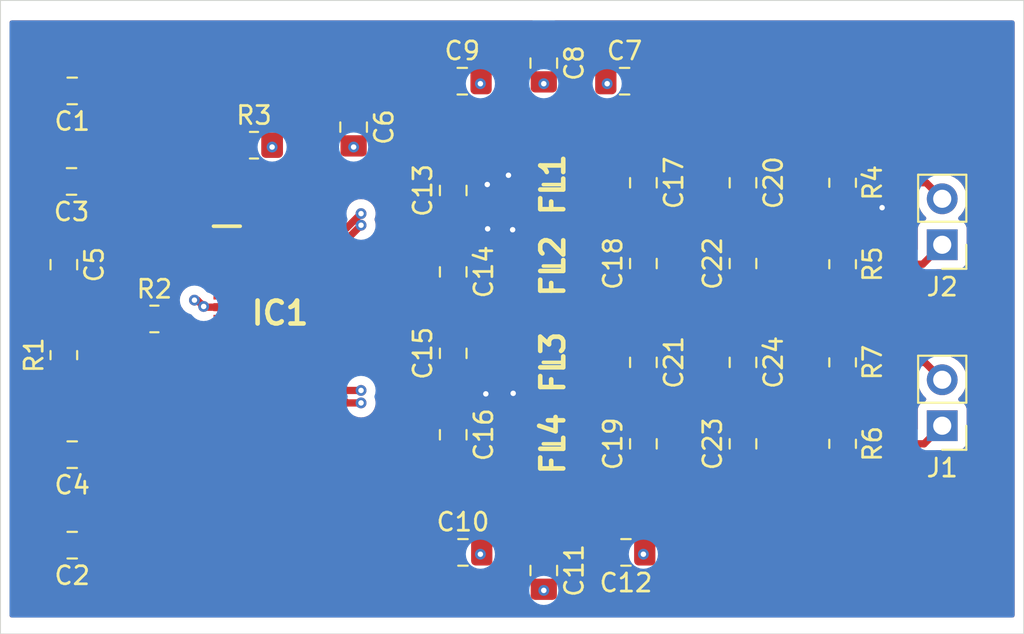
<source format=kicad_pcb>
(kicad_pcb (version 20240108) (generator "pcbnew") (generator_version "8.0")
  (layers (0 "F.Cu" signal) (1 "In1.Cu" signal) (2 "In2.Cu" signal) (31 "B.Cu" signal) (34 "B.Paste" user) (35 "F.Paste" user) (36 "B.SilkS" user "B.Silkscreen") (37 "F.SilkS" user "F.Silkscreen") (38 "B.Mask" user) (39 "F.Mask" user) (44 "Edge.Cuts" user))
  (net 0 "")
  (net 1 "LDAC")
  (net 2 "Net-(IC1-LINP)")
  (net 3 "Net-(IC1-RINP)")
  (net 4 "RDAC")
  (net 5 "Net-(IC1-LINN)")
  (net 6 "GND")
  (net 7 "Net-(IC1-RINN)")
  (net 8 "Net-(IC1-GVDD)")
  (net 9 "+5V")
  (net 10 "Net-(IC1-OUTPL)")
  (net 11 "Net-(IC1-BSPL)")
  (net 12 "Net-(IC1-OUTNL)")
  (net 13 "Net-(IC1-BSNL)")
  (net 14 "Net-(IC1-BSNR)")
  (net 15 "Net-(IC1-OUTNR)")
  (net 16 "Net-(IC1-OUTPR)")
  (net 17 "Net-(IC1-BSPR)")
  (net 18 "Net-(J2-Pin_2)")
  (net 19 "Net-(J2-Pin_1)")
  (net 20 "Net-(J1-Pin_1)")
  (net 21 "Net-(C20-Pad1)")
  (net 22 "Net-(J1-Pin_2)")
  (net 23 "Net-(C22-Pad2)")
  (net 24 "Net-(C23-Pad2)")
  (net 25 "Net-(C24-Pad1)")
  (net 26 "Net-(IC1-PLIMIT)")
  (net 27 "{slash}SHUTDOWN")
  (footprint "Capacitor_SMD:C_0805_2012Metric_Pad1.18x1.45mm_HandSolder" (layer "F.Cu") (at 144.5 80.3625 -90)
    (property "Reference" "C8" (at 0 -1.68 90) (layer "F.SilkS"))
    (property "Value" ".1uF")
    (fp_line (start -0.261252 0.735) (end 0.261252 0.735) (stroke (width 0.12)) (layer "F.SilkS"))
    (fp_line (start -0.261252 -0.735) (end 0.261252 -0.735) (stroke (width 0.12)) (layer "F.SilkS"))
    (pad "1" smd roundrect (at -1.0375 0 270) (size 1.175 1.45) (layers "F.Cu" "F.Paste" "F.Mask") (roundrect_rratio 0.212766) (net 6 "GND"))
    (pad "2" smd roundrect (at 1.0375 0 270) (size 1.175 1.45) (layers "F.Cu" "F.Paste" "F.Mask") (roundrect_rratio 0.212766) (net 9 "+5V"))
  )
  (footprint "Capacitor_SMD:C_0805_2012Metric_Pad1.18x1.45mm_HandSolder" (layer "F.Cu") (at 150 91.4375 90)
    (property "Reference" "C18" (at 0 -1.68 90) (layer "F.SilkS"))
    (property "Value" "1nF")
    (fp_line (start -0.261252 -0.735) (end 0.261252 -0.735) (stroke (width 0.12)) (layer "F.SilkS"))
    (fp_line (start -0.261252 0.735) (end 0.261252 0.735) (stroke (width 0.12)) (layer "F.SilkS"))
    (pad "1" smd roundrect (at -1.0375 0 90) (size 1.175 1.45) (layers "F.Cu" "F.Paste" "F.Mask") (roundrect_rratio 0.212766) (net 19 "Net-(J2-Pin_1)"))
    (pad "2" smd roundrect (at 1.0375 0 90) (size 1.175 1.45) (layers "F.Cu" "F.Paste" "F.Mask") (roundrect_rratio 0.212766) (net 6 "GND"))
  )
  (footprint "Connector_PinHeader_2.54mm:PinHeader_1x02_P2.54mm_Vertical" (layer "F.Cu") (at 166.5 90.4 180)
    (property "Reference" "J2" (at 0 -2.33 0) (layer "F.SilkS"))
    (property "Value" "Conn_01x02_Pin")
    (fp_line (start 1.33 1.27) (end 1.33 3.87) (stroke (width 0.12)) (layer "F.SilkS"))
    (fp_line (start -1.33 3.87) (end 1.33 3.87) (stroke (width 0.12)) (layer "F.SilkS"))
    (fp_line (start -1.33 1.27) (end 1.33 1.27) (stroke (width 0.12)) (layer "F.SilkS"))
    (fp_line (start -1.33 1.27) (end -1.33 3.87) (stroke (width 0.12)) (layer "F.SilkS"))
    (fp_line (start -1.33 0) (end -1.33 -1.33) (stroke (width 0.12)) (layer "F.SilkS"))
    (fp_line (start -1.33 -1.33) (end 0 -1.33) (stroke (width 0.12)) (layer "F.SilkS"))
    (pad "1" thru_hole rect (at 0 0 180) (size 1.7 1.7) (drill 1) (layers "*.Cu" "*.Mask") (net 19 "Net-(J2-Pin_1)"))
    (pad "2" thru_hole oval (at 0 2.54 180) (size 1.7 1.7) (drill 1) (layers "*.Cu" "*.Mask") (net 18 "Net-(J2-Pin_2)"))
  )
  (footprint "SamacSys_Parts:BLM21AG102BH1J" (layer "F.Cu") (at 145 91.575 90)
    (property "Reference" "FL2" (at 0 0 90) (layer "F.SilkS") (effects (font (size 1.27 1.27) (thickness 0.254))))
    (property "Value" "BLM21PG600SN1D" (hide yes))
    (fp_line (start 0 -0.525) (end 0 0.525) (stroke (width 0.2)) (layer "F.SilkS"))
    (pad "1" smd rect (at -0.9 0 90) (size 0.6 1.25) (layers "F.Cu" "F.Paste" "F.Mask") (net 19 "Net-(J2-Pin_1)"))
    (pad "2" smd rect (at 0.9 0 90) (size 0.6 1.25) (layers "F.Cu" "F.Paste" "F.Mask") (net 12 "Net-(IC1-OUTNL)"))
  )
  (footprint "Resistor_SMD:R_0805_2012Metric_Pad1.20x1.40mm_HandSolder" (layer "F.Cu") (at 161 101.4 -90)
    (property "Reference" "R6" (at 0 -1.65 90) (layer "F.SilkS"))
    (property "Value" "68R")
    (fp_line (start -0.227064 0.735) (end 0.227064 0.735) (stroke (width 0.12)) (layer "F.SilkS"))
    (fp_line (start -0.227064 -0.735) (end 0.227064 -0.735) (stroke (width 0.12)) (layer "F.SilkS"))
    (pad "1" smd roundrect (at -1 0 270) (size 1.2 1.4) (layers "F.Cu" "F.Paste" "F.Mask") (roundrect_rratio 0.208333) (net 24 "Net-(C23-Pad2)"))
    (pad "2" smd roundrect (at 1 0 270) (size 1.2 1.4) (layers "F.Cu" "F.Paste" "F.Mask") (roundrect_rratio 0.208333) (net 6 "GND"))
  )
  (footprint "Capacitor_SMD:C_0805_2012Metric_Pad1.18x1.45mm_HandSolder" (layer "F.Cu") (at 155.5 101.4 90)
    (property "Reference" "C23" (at 0 -1.68 90) (layer "F.SilkS"))
    (property "Value" "1nF")
    (fp_line (start -0.261252 -0.735) (end 0.261252 -0.735) (stroke (width 0.12)) (layer "F.SilkS"))
    (fp_line (start -0.261252 0.735) (end 0.261252 0.735) (stroke (width 0.12)) (layer "F.SilkS"))
    (pad "1" smd roundrect (at -1.0375 0 90) (size 1.175 1.45) (layers "F.Cu" "F.Paste" "F.Mask") (roundrect_rratio 0.212766) (net 20 "Net-(J1-Pin_1)"))
    (pad "2" smd roundrect (at 1.0375 0 90) (size 1.175 1.45) (layers "F.Cu" "F.Paste" "F.Mask") (roundrect_rratio 0.212766) (net 24 "Net-(C23-Pad2)"))
  )
  (footprint "Capacitor_SMD:C_0805_2012Metric_Pad1.18x1.45mm_HandSolder" (layer "F.Cu") (at 139.5 96.4 90)
    (property "Reference" "C15" (at 0 -1.68 90) (layer "F.SilkS"))
    (property "Value" ".22uF")
    (fp_line (start -0.261252 -0.735) (end 0.261252 -0.735) (stroke (width 0.12)) (layer "F.SilkS"))
    (fp_line (start -0.261252 0.735) (end 0.261252 0.735) (stroke (width 0.12)) (layer "F.SilkS"))
    (pad "1" smd roundrect (at -1.0375 0 90) (size 1.175 1.45) (layers "F.Cu" "F.Paste" "F.Mask") (roundrect_rratio 0.212766) (net 15 "Net-(IC1-OUTNR)"))
    (pad "2" smd roundrect (at 1.0375 0 90) (size 1.175 1.45) (layers "F.Cu" "F.Paste" "F.Mask") (roundrect_rratio 0.212766) (net 14 "Net-(IC1-BSNR)"))
  )
  (footprint "Capacitor_SMD:C_0805_2012Metric_Pad1.18x1.45mm_HandSolder" (layer "F.Cu") (at 155.5 86.975 -90)
    (property "Reference" "C20" (at 0 -1.68 90) (layer "F.SilkS"))
    (property "Value" "1nF")
    (fp_line (start -0.261252 0.735) (end 0.261252 0.735) (stroke (width 0.12)) (layer "F.SilkS"))
    (fp_line (start -0.261252 -0.735) (end 0.261252 -0.735) (stroke (width 0.12)) (layer "F.SilkS"))
    (pad "1" smd roundrect (at -1.0375 0 270) (size 1.175 1.45) (layers "F.Cu" "F.Paste" "F.Mask") (roundrect_rratio 0.212766) (net 21 "Net-(C20-Pad1)"))
    (pad "2" smd roundrect (at 1.0375 0 270) (size 1.175 1.45) (layers "F.Cu" "F.Paste" "F.Mask") (roundrect_rratio 0.212766) (net 18 "Net-(J2-Pin_2)"))
  )
  (footprint "Resistor_SMD:R_0805_2012Metric_Pad1.20x1.40mm_HandSolder" (layer "F.Cu") (at 161 86.975 -90)
    (property "Reference" "R4" (at 0 -1.65 90) (layer "F.SilkS"))
    (property "Value" "68R")
    (fp_line (start -0.227064 0.735) (end 0.227064 0.735) (stroke (width 0.12)) (layer "F.SilkS"))
    (fp_line (start -0.227064 -0.735) (end 0.227064 -0.735) (stroke (width 0.12)) (layer "F.SilkS"))
    (pad "1" smd roundrect (at -1 0 270) (size 1.2 1.4) (layers "F.Cu" "F.Paste" "F.Mask") (roundrect_rratio 0.208333) (net 21 "Net-(C20-Pad1)"))
    (pad "2" smd roundrect (at 1 0 270) (size 1.2 1.4) (layers "F.Cu" "F.Paste" "F.Mask") (roundrect_rratio 0.208333) (net 6 "GND"))
  )
  (footprint "Capacitor_SMD:C_0805_2012Metric_Pad1.18x1.45mm_HandSolder" (layer "F.Cu") (at 149.0375 107.4 180)
    (property "Reference" "C12" (at 0 -1.68 0) (layer "F.SilkS"))
    (property "Value" "100uF")
    (fp_line (start -0.261252 0.735) (end 0.261252 0.735) (stroke (width 0.12)) (layer "F.SilkS"))
    (fp_line (start -0.261252 -0.735) (end 0.261252 -0.735) (stroke (width 0.12)) (layer "F.SilkS"))
    (pad "1" smd roundrect (at -1.0375 0 180) (size 1.175 1.45) (layers "F.Cu" "F.Paste" "F.Mask") (roundrect_rratio 0.212766) (net 9 "+5V"))
    (pad "2" smd roundrect (at 1.0375 0 180) (size 1.175 1.45) (layers "F.Cu" "F.Paste" "F.Mask") (roundrect_rratio 0.212766) (net 6 "GND"))
  )
  (footprint "Resistor_SMD:R_0805_2012Metric_Pad1.20x1.40mm_HandSolder" (layer "F.Cu") (at 161 96.9 -90)
    (property "Reference" "R7" (at 0 -1.65 90) (layer "F.SilkS"))
    (property "Value" "68R")
    (fp_line (start -0.227064 0.735) (end 0.227064 0.735) (stroke (width 0.12)) (layer "F.SilkS"))
    (fp_line (start -0.227064 -0.735) (end 0.227064 -0.735) (stroke (width 0.12)) (layer "F.SilkS"))
    (pad "1" smd roundrect (at -1 0 270) (size 1.2 1.4) (layers "F.Cu" "F.Paste" "F.Mask") (roundrect_rratio 0.208333) (net 25 "Net-(C24-Pad1)"))
    (pad "2" smd roundrect (at 1 0 270) (size 1.2 1.4) (layers "F.Cu" "F.Paste" "F.Mask") (roundrect_rratio 0.208333) (net 6 "GND"))
  )
  (footprint "Capacitor_SMD:C_0805_2012Metric_Pad1.18x1.45mm_HandSolder" (layer "F.Cu") (at 150 86.975 -90)
    (property "Reference" "C17" (at 0 -1.68 90) (layer "F.SilkS"))
    (property "Value" "1nF")
    (fp_line (start -0.261252 0.735) (end 0.261252 0.735) (stroke (width 0.12)) (layer "F.SilkS"))
    (fp_line (start -0.261252 -0.735) (end 0.261252 -0.735) (stroke (width 0.12)) (layer "F.SilkS"))
    (pad "1" smd roundrect (at -1.0375 0 270) (size 1.175 1.45) (layers "F.Cu" "F.Paste" "F.Mask") (roundrect_rratio 0.212766) (net 6 "GND"))
    (pad "2" smd roundrect (at 1.0375 0 270) (size 1.175 1.45) (layers "F.Cu" "F.Paste" "F.Mask") (roundrect_rratio 0.212766) (net 18 "Net-(J2-Pin_2)"))
  )
  (footprint "Capacitor_SMD:C_0805_2012Metric_Pad1.18x1.45mm_HandSolder" (layer "F.Cu") (at 118.4625 81.9 180)
    (property "Reference" "C1" (at 0 -1.68 0) (layer "F.SilkS"))
    (property "Value" "1uF")
    (fp_line (start -0.261252 0.735) (end 0.261252 0.735) (stroke (width 0.12)) (layer "F.SilkS"))
    (fp_line (start -0.261252 -0.735) (end 0.261252 -0.735) (stroke (width 0.12)) (layer "F.SilkS"))
    (pad "1" smd roundrect (at -1.0375 0 180) (size 1.175 1.45) (layers "F.Cu" "F.Paste" "F.Mask") (roundrect_rratio 0.212766) (net 2 "Net-(IC1-LINP)"))
    (pad "2" smd roundrect (at 1.0375 0 180) (size 1.175 1.45) (layers "F.Cu" "F.Paste" "F.Mask") (roundrect_rratio 0.212766) (net 1 "LDAC"))
  )
  (footprint "Capacitor_SMD:C_0805_2012Metric_Pad1.18x1.45mm_HandSolder" (layer "F.Cu") (at 118.4625 102 180)
    (property "Reference" "C4" (at 0 -1.68 0) (layer "F.SilkS"))
    (property "Value" "1uF")
    (fp_line (start -0.261252 0.735) (end 0.261252 0.735) (stroke (width 0.12)) (layer "F.SilkS"))
    (fp_line (start -0.261252 -0.735) (end 0.261252 -0.735) (stroke (width 0.12)) (layer "F.SilkS"))
    (pad "1" smd roundrect (at -1.0375 0 180) (size 1.175 1.45) (layers "F.Cu" "F.Paste" "F.Mask") (roundrect_rratio 0.212766) (net 7 "Net-(IC1-RINN)"))
    (pad "2" smd roundrect (at 1.0375 0 180) (size 1.175 1.45) (layers "F.Cu" "F.Paste" "F.Mask") (roundrect_rratio 0.212766) (net 6 "GND"))
  )
  (footprint "Resistor_SMD:R_0805_2012Metric_Pad1.20x1.40mm_HandSolder" (layer "F.Cu") (at 123 94.5)
    (property "Reference" "R2" (at 0 -1.65 0) (layer "F.SilkS"))
    (property "Value" "56K")
    (fp_line (start -0.227064 -0.735) (end 0.227064 -0.735) (stroke (width 0.12)) (layer "F.SilkS"))
    (fp_line (start -0.227064 0.735) (end 0.227064 0.735) (stroke (width 0.12)) (layer "F.SilkS"))
    (pad "1" smd roundrect (at -1 0) (size 1.2 1.4) (layers "F.Cu" "F.Paste" "F.Mask") (roundrect_rratio 0.208333) (net 26 "Net-(IC1-PLIMIT)"))
    (pad "2" smd roundrect (at 1 0) (size 1.2 1.4) (layers "F.Cu" "F.Paste" "F.Mask") (roundrect_rratio 0.208333) (net 8 "Net-(IC1-GVDD)"))
  )
  (footprint "Capacitor_SMD:C_0805_2012Metric_Pad1.18x1.45mm_HandSolder" (layer "F.Cu") (at 118.4625 107 180)
    (property "Reference" "C2" (at 0 -1.68 0) (layer "F.SilkS"))
    (property "Value" "1uF")
    (fp_line (start -0.261252 0.735) (end 0.261252 0.735) (stroke (width 0.12)) (layer "F.SilkS"))
    (fp_line (start -0.261252 -0.735) (end 0.261252 -0.735) (stroke (width 0.12)) (layer "F.SilkS"))
    (pad "1" smd roundrect (at -1.0375 0 180) (size 1.175 1.45) (layers "F.Cu" "F.Paste" "F.Mask") (roundrect_rratio 0.212766) (net 3 "Net-(IC1-RINP)"))
    (pad "2" smd roundrect (at 1.0375 0 180) (size 1.175 1.45) (layers "F.Cu" "F.Paste" "F.Mask") (roundrect_rratio 0.212766) (net 4 "RDAC"))
  )
  (footprint "Capacitor_SMD:C_0805_2012Metric_Pad1.18x1.45mm_HandSolder" (layer "F.Cu") (at 155.5 96.9 -90)
    (property "Reference" "C24" (at 0 -1.68 90) (layer "F.SilkS"))
    (property "Value" "1nF")
    (fp_line (start -0.261252 0.735) (end 0.261252 0.735) (stroke (width 0.12)) (layer "F.SilkS"))
    (fp_line (start -0.261252 -0.735) (end 0.261252 -0.735) (stroke (width 0.12)) (layer "F.SilkS"))
    (pad "1" smd roundrect (at -1.0375 0 270) (size 1.175 1.45) (layers "F.Cu" "F.Paste" "F.Mask") (roundrect_rratio 0.212766) (net 25 "Net-(C24-Pad1)"))
    (pad "2" smd roundrect (at 1.0375 0 270) (size 1.175 1.45) (layers "F.Cu" "F.Paste" "F.Mask") (roundrect_rratio 0.212766) (net 22 "Net-(J1-Pin_2)"))
  )
  (footprint "Capacitor_SMD:C_0805_2012Metric_Pad1.18x1.45mm_HandSolder" (layer "F.Cu") (at 144.5 108.4 -90)
    (property "Reference" "C11" (at 0 -1.68 90) (layer "F.SilkS"))
    (property "Value" ".1uF")
    (fp_line (start -0.261252 0.735) (end 0.261252 0.735) (stroke (width 0.12)) (layer "F.SilkS"))
    (fp_line (start -0.261252 -0.735) (end 0.261252 -0.735) (stroke (width 0.12)) (layer "F.SilkS"))
    (pad "1" smd roundrect (at -1.0375 0 270) (size 1.175 1.45) (layers "F.Cu" "F.Paste" "F.Mask") (roundrect_rratio 0.212766) (net 6 "GND"))
    (pad "2" smd roundrect (at 1.0375 0 270) (size 1.175 1.45) (layers "F.Cu" "F.Paste" "F.Mask") (roundrect_rratio 0.212766) (net 9 "+5V"))
  )
  (footprint "Capacitor_SMD:C_0805_2012Metric_Pad1.18x1.45mm_HandSolder" (layer "F.Cu") (at 155.5 91.4375 90)
    (property "Reference" "C22" (at 0 -1.68 90) (layer "F.SilkS"))
    (property "Value" "1nF")
    (fp_line (start -0.261252 -0.735) (end 0.261252 -0.735) (stroke (width 0.12)) (layer "F.SilkS"))
    (fp_line (start -0.261252 0.735) (end 0.261252 0.735) (stroke (width 0.12)) (layer "F.SilkS"))
    (pad "1" smd roundrect (at -1.0375 0 90) (size 1.175 1.45) (layers "F.Cu" "F.Paste" "F.Mask") (roundrect_rratio 0.212766) (net 19 "Net-(J2-Pin_1)"))
    (pad "2" smd roundrect (at 1.0375 0 90) (size 1.175 1.45) (layers "F.Cu" "F.Paste" "F.Mask") (roundrect_rratio 0.212766) (net 23 "Net-(C22-Pad2)"))
  )
  (footprint "Capacitor_SMD:C_0805_2012Metric_Pad1.18x1.45mm_HandSolder" (layer "F.Cu") (at 148.9625 81.3625)
    (property "Reference" "C7" (at 0 -1.68 0) (layer "F.SilkS"))
    (property "Value" "100uF")
    (fp_line (start -0.261252 -0.735) (end 0.261252 -0.735) (stroke (width 0.12)) (layer "F.SilkS"))
    (fp_line (start -0.261252 0.735) (end 0.261252 0.735) (stroke (width 0.12)) (layer "F.SilkS"))
    (pad "1" smd roundrect (at -1.0375 0) (size 1.175 1.45) (layers "F.Cu" "F.Paste" "F.Mask") (roundrect_rratio 0.212766) (net 9 "+5V"))
    (pad "2" smd roundrect (at 1.0375 0) (size 1.175 1.45) (layers "F.Cu" "F.Paste" "F.Mask") (roundrect_rratio 0.212766) (net 6 "GND"))
  )
  (footprint "Capacitor_SMD:C_0805_2012Metric_Pad1.18x1.45mm_HandSolder" (layer "F.Cu") (at 118.425 86.9 180)
    (property "Reference" "C3" (at 0 -1.68 0) (layer "F.SilkS"))
    (property "Value" "1uF")
    (fp_line (start -0.261252 0.735) (end 0.261252 0.735) (stroke (width 0.12)) (layer "F.SilkS"))
    (fp_line (start -0.261252 -0.735) (end 0.261252 -0.735) (stroke (width 0.12)) (layer "F.SilkS"))
    (pad "1" smd roundrect (at -1.0375 0 180) (size 1.175 1.45) (layers "F.Cu" "F.Paste" "F.Mask") (roundrect_rratio 0.212766) (net 5 "Net-(IC1-LINN)"))
    (pad "2" smd roundrect (at 1.0375 0 180) (size 1.175 1.45) (layers "F.Cu" "F.Paste" "F.Mask") (roundrect_rratio 0.212766) (net 6 "GND"))
  )
  (footprint "Capacitor_SMD:C_0805_2012Metric_Pad1.18x1.45mm_HandSolder" (layer "F.Cu") (at 139.5 91.9 -90)
    (property "Reference" "C14" (at 0 -1.68 90) (layer "F.SilkS"))
    (property "Value" ".22uF")
    (fp_line (start -0.261252 0.735) (end 0.261252 0.735) (stroke (width 0.12)) (layer "F.SilkS"))
    (fp_line (start -0.261252 -0.735) (end 0.261252 -0.735) (stroke (width 0.12)) (layer "F.SilkS"))
    (pad "1" smd roundrect (at -1.0375 0 270) (size 1.175 1.45) (layers "F.Cu" "F.Paste" "F.Mask") (roundrect_rratio 0.212766) (net 12 "Net-(IC1-OUTNL)"))
    (pad "2" smd roundrect (at 1.0375 0 270) (size 1.175 1.45) (layers "F.Cu" "F.Paste" "F.Mask") (roundrect_rratio 0.212766) (net 13 "Net-(IC1-BSNL)"))
  )
  (footprint "Capacitor_SMD:C_0805_2012Metric_Pad1.18x1.45mm_HandSolder" (layer "F.Cu") (at 140.0375 107.4)
    (property "Reference" "C10" (at 0 -1.68 0) (layer "F.SilkS"))
    (property "Value" "1nF")
    (fp_line (start -0.261252 -0.735) (end 0.261252 -0.735) (stroke (width 0.12)) (layer "F.SilkS"))
    (fp_line (start -0.261252 0.735) (end 0.261252 0.735) (stroke (width 0.12)) (layer "F.SilkS"))
    (pad "1" smd roundrect (at -1.0375 0) (size 1.175 1.45) (layers "F.Cu" "F.Paste" "F.Mask") (roundrect_rratio 0.212766) (net 6 "GND"))
    (pad "2" smd roundrect (at 1.0375 0) (size 1.175 1.45) (layers "F.Cu" "F.Paste" "F.Mask") (roundrect_rratio 0.212766) (net 9 "+5V"))
  )
  (footprint "SamacSys_Parts:BLM21AG102BH1J" (layer "F.Cu") (at 145 96.9 -90)
    (property "Reference" "FL3" (at 0 0 90) (layer "F.SilkS") (effects (font (size 1.27 1.27) (thickness 0.254))))
    (property "Value" "BLM21PG600SN1D" (hide yes))
    (fp_line (start 0 -0.525) (end 0 0.525) (stroke (width 0.2)) (layer "F.SilkS"))
    (pad "1" smd rect (at -0.9 0 270) (size 0.6 1.25) (layers "F.Cu" "F.Paste" "F.Mask") (net 15 "Net-(IC1-OUTNR)"))
    (pad "2" smd rect (at 0.9 0 270) (size 0.6 1.25) (layers "F.Cu" "F.Paste" "F.Mask") (net 22 "Net-(J1-Pin_2)"))
  )
  (footprint "Resistor_SMD:R_0805_2012Metric_Pad1.20x1.40mm_HandSolder" (layer "F.Cu") (at 118 96.5 90)
    (property "Reference" "R1" (at 0 -1.65 90) (layer "F.SilkS"))
    (property "Value" "39K")
    (fp_line (start -0.227064 -0.735) (end 0.227064 -0.735) (stroke (width 0.12)) (layer "F.SilkS"))
    (fp_line (start -0.227064 0.735) (end 0.227064 0.735) (stroke (width 0.12)) (layer "F.SilkS"))
    (pad "1" smd roundrect (at -1 0 90) (size 1.2 1.4) (layers "F.Cu" "F.Paste" "F.Mask") (roundrect_rratio 0.208333) (net 6 "GND"))
    (pad "2" smd roundrect (at 1 0 90) (size 1.2 1.4) (layers "F.Cu" "F.Paste" "F.Mask") (roundrect_rratio 0.208333) (net 26 "Net-(IC1-PLIMIT)"))
  )
  (footprint "Resistor_SMD:R_0805_2012Metric_Pad1.20x1.40mm_HandSolder" (layer "F.Cu") (at 128.5 84.9)
    (property "Reference" "R3" (at 0 -1.65 0) (layer "F.SilkS"))
    (property "Value" "100K")
    (fp_line (start -0.227064 -0.735) (end 0.227064 -0.735) (stroke (width 0.12)) (layer "F.SilkS"))
    (fp_line (start -0.227064 0.735) (end 0.227064 0.735) (stroke (width 0.12)) (layer "F.SilkS"))
    (pad "1" smd roundrect (at -1 0) (size 1.2 1.4) (layers "F.Cu" "F.Paste" "F.Mask") (roundrect_rratio 0.208333) (net 27 "{slash}SHUTDOWN"))
    (pad "2" smd roundrect (at 1 0) (size 1.2 1.4) (layers "F.Cu" "F.Paste" "F.Mask") (roundrect_rratio 0.208333) (net 9 "+5V"))
  )
  (footprint "Capacitor_SMD:C_0805_2012Metric_Pad1.18x1.45mm_HandSolder" (layer "F.Cu") (at 139.5 100.9 -90)
    (property "Reference" "C16" (at 0 -1.68 90) (layer "F.SilkS"))
    (property "Value" ".22uF")
    (fp_line (start -0.261252 0.735) (end 0.261252 0.735) (stroke (width 0.12)) (layer "F.SilkS"))
    (fp_line (start -0.261252 -0.735) (end 0.261252 -0.735) (stroke (width 0.12)) (layer "F.SilkS"))
    (pad "1" smd roundrect (at -1.0375 0 270) (size 1.175 1.45) (layers "F.Cu" "F.Paste" "F.Mask") (roundrect_rratio 0.212766) (net 16 "Net-(IC1-OUTPR)"))
    (pad "2" smd roundrect (at 1.0375 0 270) (size 1.175 1.45) (layers "F.Cu" "F.Paste" "F.Mask") (roundrect_rratio 0.212766) (net 17 "Net-(IC1-BSPR)"))
  )
  (footprint "SamacSys_Parts:BLM21AG102BH1J" (layer "F.Cu") (at 145 101.4 90)
    (property "Reference" "FL4" (at 0 0 90) (layer "F.SilkS") (effects (font (size 1.27 1.27) (thickness 0.254))))
    (property "Value" "BLM21PG600SN1D" (hide yes))
    (fp_line (start 0 -0.525) (end 0 0.525) (stroke (width 0.2)) (layer "F.SilkS"))
    (pad "1" smd rect (at -0.9 0 90) (size 0.6 1.25) (layers "F.Cu" "F.Paste" "F.Mask") (net 20 "Net-(J1-Pin_1)"))
    (pad "2" smd rect (at 0.9 0 90) (size 0.6 1.25) (layers "F.Cu" "F.Paste" "F.Mask") (net 16 "Net-(IC1-OUTPR)"))
  )
  (footprint "SamacSys_Parts:SOP65P640X120-29N" (layer "F.Cu") (at 129.938 94.175)
    (property "Reference" "IC1" (at 0 0 0) (layer "F.SilkS") (effects (font (size 1.27 1.27) (thickness 0.254))))
    (property "Value" "TPA3136D2PWP" (hide yes))
    (fp_line (start -3.675 -4.8) (end -2.2 -4.8) (stroke (width 0.2)) (layer "F.SilkS"))
    (pad "1" smd rect (at -2.938 -4.225 90) (size 0.45 1.475) (layers "F.Cu" "F.Paste" "F.Mask") (net 27 "{slash}SHUTDOWN"))
    (pad "2" smd rect (at -2.938 -3.575 90) (size 0.45 1.475) (layers "F.Cu" "F.Paste" "F.Mask") (net 27 "{slash}SHUTDOWN"))
    (pad "3" smd rect (at -2.938 -2.925 90) (size 0.45 1.475) (layers "F.Cu" "F.Paste" "F.Mask") (net 2 "Net-(IC1-LINP)"))
    (pad "4" smd rect (at -2.938 -2.275 90) (size 0.45 1.475) (layers "F.Cu" "F.Paste" "F.Mask") (net 5 "Net-(IC1-LINN)"))
    (pad "5" smd rect (at -2.938 -1.625 90) (size 0.45 1.475) (layers "F.Cu" "F.Paste" "F.Mask") (net 6 "GND"))
    (pad "6" smd rect (at -2.938 -0.975 90) (size 0.45 1.475) (layers "F.Cu" "F.Paste" "F.Mask") (net 6 "GND"))
    (pad "7" smd rect (at -2.938 -0.325 90) (size 0.45 1.475) (layers "F.Cu" "F.Paste" "F.Mask") (net 9 "+5V"))
    (pad "8" smd rect (at -2.938 0.325 90) (size 0.45 1.475) (layers "F.Cu" "F.Paste" "F.Mask") (net 6 "GND"))
    (pad "9" smd rect (at -2.938 0.975 90) (size 0.45 1.475) (layers "F.Cu" "F.Paste" "F.Mask") (net 8 "Net-(IC1-GVDD)"))
    (pad "10" smd rect (at -2.938 1.625 90) (size 0.45 1.475) (layers "F.Cu" "F.Paste" "F.Mask") (net 26 "Net-(IC1-PLIMIT)"))
    (pad "11" smd rect (at -2.938 2.275 90) (size 0.45 1.475) (layers "F.Cu" "F.Paste" "F.Mask") (net 7 "Net-(IC1-RINN)"))
    (pad "12" smd rect (at -2.938 2.925 90) (size 0.45 1.475) (layers "F.Cu" "F.Paste" "F.Mask") (net 3 "Net-(IC1-RINP)"))
    (pad "13" smd rect (at -2.938 3.575 90) (size 0.45 1.475) (layers "F.Cu" "F.Paste" "F.Mask") (net 6 "GND"))
    (pad "14" smd rect (at -2.938 4.225 90) (size 0.45 1.475) (layers "F.Cu" "F.Paste" "F.Mask") (net 6 "GND"))
    (pad "15" smd rect (at 2.938 4.225 90) (size 0.45 1.475) (layers "F.Cu" "F.Paste" "F.Mask") (net 9 "+5V"))
    (pad "16" smd rect (at 2.938 3.575 90) (size 0.45 1.475) (layers "F.Cu" "F.Paste" "F.Mask") (net 9 "+5V"))
    (pad "17" smd rect (at 2.938 2.925 90) (size 0.45 1.475) (layers "F.Cu" "F.Paste" "F.Mask") (net 17 "Net-(IC1-BSPR)"))
    (pad "18" smd rect (at 2.938 2.275 90) (size 0.45 1.475) (layers "F.Cu" "F.Paste" "F.Mask") (net 16 "Net-(IC1-OUTPR)"))
    (pad "19" smd rect (at 2.938 1.625 90) (size 0.45 1.475) (layers "F.Cu" "F.Paste" "F.Mask") (net 6 "GND"))
    (pad "20" smd rect (at 2.938 0.975 90) (size 0.45 1.475) (layers "F.Cu" "F.Paste" "F.Mask") (net 15 "Net-(IC1-OUTNR)"))
    (pad "21" smd rect (at 2.938 0.325 90) (size 0.45 1.475) (layers "F.Cu" "F.Paste" "F.Mask") (net 14 "Net-(IC1-BSNR)"))
    (pad "22" smd rect (at 2.938 -0.325 90) (size 0.45 1.475) (layers "F.Cu" "F.Paste" "F.Mask") (net 13 "Net-(IC1-BSNL)"))
    (pad "23" smd rect (at 2.938 -0.975 90) (size 0.45 1.475) (layers "F.Cu" "F.Paste" "F.Mask") (net 12 "Net-(IC1-OUTNL)"))
    (pad "24" smd rect (at 2.938 -1.625 90) (size 0.45 1.475) (layers "F.Cu" "F.Paste" "F.Mask") (net 6 "GND"))
    (pad "25" smd rect (at 2.938 -2.275 90) (size 0.45 1.475) (layers "F.Cu" "F.Paste" "F.Mask") (net 10 "Net-(IC1-OUTPL)"))
    (pad "26" smd rect (at 2.938 -2.925 90) (size 0.45 1.475) (layers "F.Cu" "F.Paste" "F.Mask") (net 11 "Net-(IC1-BSPL)"))
    (pad "27" smd rect (at 2.938 -3.575 90) (size 0.45 1.475) (layers "F.Cu" "F.Paste" "F.Mask") (net 9 "+5V"))
    (pad "28" smd rect (at 2.938 -4.225 90) (size 0.45 1.475) (layers "F.Cu" "F.Paste" "F.Mask") (net 9 "+5V"))
    (pad "29" smd rect (at 0 0) (size 2.4 6.17) (layers "F.Cu" "F.Paste" "F.Mask") (net 6 "GND"))
  )
  (footprint "Capacitor_SMD:C_0805_2012Metric_Pad1.18x1.45mm_HandSolder" (layer "F.Cu") (at 134 83.9 -90)
    (property "Reference" "C6" (at 0 -1.68 90) (layer "F.SilkS"))
    (property "Value" "1uF")
    (fp_line (start -0.261252 0.735) (end 0.261252 0.735) (stroke (width 0.12)) (layer "F.SilkS"))
    (fp_line (start -0.261252 -0.735) (end 0.261252 -0.735) (stroke (width 0.12)) (layer "F.SilkS"))
    (pad "1" smd roundrect (at -1.0375 0 270) (size 1.175 1.45) (layers "F.Cu" "F.Paste" "F.Mask") (roundrect_rratio 0.212766) (net 6 "GND"))
    (pad "2" smd roundrect (at 1.0375 0 270) (size 1.175 1.45) (layers "F.Cu" "F.Paste" "F.Mask") (roundrect_rratio 0.212766) (net 9 "+5V"))
  )
  (footprint "Capacitor_SMD:C_0805_2012Metric_Pad1.18x1.45mm_HandSolder" (layer "F.Cu") (at 140 81.3625)
    (property "Reference" "C9" (at 0 -1.68 0) (layer "F.SilkS"))
    (property "Value" "1nF")
    (fp_line (start -0.261252 -0.735) (end 0.261252 -0.735) (stroke (width 0.12)) (layer "F.SilkS"))
    (fp_line (start -0.261252 0.735) (end 0.261252 0.735) (stroke (width 0.12)) (layer "F.SilkS"))
    (pad "1" smd roundrect (at -1.0375 0) (size 1.175 1.45) (layers "F.Cu" "F.Paste" "F.Mask") (roundrect_rratio 0.212766) (net 6 "GND"))
    (pad "2" smd roundrect (at 1.0375 0) (size 1.175 1.45) (layers "F.Cu" "F.Paste" "F.Mask") (roundrect_rratio 0.212766) (net 9 "+5V"))
  )
  (footprint "Resistor_SMD:R_0805_2012Metric_Pad1.20x1.40mm_HandSolder" (layer "F.Cu") (at 161 91.475 -90)
    (property "Reference" "R5" (at 0 -1.65 90) (layer "F.SilkS"))
    (property "Value" "68R")
    (fp_line (start -0.227064 0.735) (end 0.227064 0.735) (stroke (width 0.12)) (layer "F.SilkS"))
    (fp_line (start -0.227064 -0.735) (end 0.227064 -0.735) (stroke (width 0.12)) (layer "F.SilkS"))
    (pad "1" smd roundrect (at -1 0 270) (size 1.2 1.4) (layers "F.Cu" "F.Paste" "F.Mask") (roundrect_rratio 0.208333) (net 23 "Net-(C22-Pad2)"))
    (pad "2" smd roundrect (at 1 0 270) (size 1.2 1.4) (layers "F.Cu" "F.Paste" "F.Mask") (roundrect_rratio 0.208333) (net 6 "GND"))
  )
  (footprint "SamacSys_Parts:BLM21AG102BH1J" (layer "F.Cu") (at 145 87.075 -90)
    (property "Reference" "FL1" (at 0 0 90) (layer "F.SilkS") (effects (font (size 1.27 1.27) (thickness 0.254))))
    (property "Value" "BLM21PG600SN1D" (hide yes))
    (fp_line (start 0 -0.525) (end 0 0.525) (stroke (width 0.2)) (layer "F.SilkS"))
    (pad "1" smd rect (at -0.9 0 270) (size 0.6 1.25) (layers "F.Cu" "F.Paste" "F.Mask") (net 10 "Net-(IC1-OUTPL)"))
    (pad "2" smd rect (at 0.9 0 270) (size 0.6 1.25) (layers "F.Cu" "F.Paste" "F.Mask") (net 18 "Net-(J2-Pin_2)"))
  )
  (footprint "Connector_PinHeader_2.54mm:PinHeader_1x02_P2.54mm_Vertical" (layer "F.Cu") (at 166.5 100.4 180)
    (property "Reference" "J1" (at 0 -2.33 360) (layer "F.SilkS"))
    (property "Value" "Conn_01x02_Pin")
    (fp_line (start 1.33 1.27) (end 1.33 3.87) (stroke (width 0.12)) (layer "F.SilkS"))
    (fp_line (start -1.33 3.87) (end 1.33 3.87) (stroke (width 0.12)) (layer "F.SilkS"))
    (fp_line (start -1.33 1.27) (end 1.33 1.27) (stroke (width 0.12)) (layer "F.SilkS"))
    (fp_line (start -1.33 1.27) (end -1.33 3.87) (stroke (width 0.12)) (layer "F.SilkS"))
    (fp_line (start -1.33 0) (end -1.33 -1.33) (stroke (width 0.12)) (layer "F.SilkS"))
    (fp_line (start -1.33 -1.33) (end 0 -1.33) (stroke (width 0.12)) (layer "F.SilkS"))
    (pad "1" thru_hole rect (at 0 0 180) (size 1.7 1.7) (drill 1) (layers "*.Cu" "*.Mask") (net 20 "Net-(J1-Pin_1)"))
    (pad "2" thru_hole oval (at 0 2.54 180) (size 1.7 1.7) (drill 1) (layers "*.Cu" "*.Mask") (net 22 "Net-(J1-Pin_2)"))
  )
  (footprint "Capacitor_SMD:C_0805_2012Metric_Pad1.18x1.45mm_HandSolder" (layer "F.Cu") (at 139.5 87.4 90)
    (property "Reference" "C13" (at 0 -1.68 90) (layer "F.SilkS"))
    (property "Value" ".22uF")
    (fp_line (start -0.261252 -0.735) (end 0.261252 -0.735) (stroke (width 0.12)) (layer "F.SilkS"))
    (fp_line (start -0.261252 0.735) (end 0.261252 0.735) (stroke (width 0.12)) (layer "F.SilkS"))
    (pad "1" smd roundrect (at -1.0375 0 90) (size 1.175 1.45) (layers "F.Cu" "F.Paste" "F.Mask") (roundrect_rratio 0.212766) (net 10 "Net-(IC1-OUTPL)"))
    (pad "2" smd roundrect (at 1.0375 0 90) (size 1.175 1.45) (layers "F.Cu" "F.Paste" "F.Mask") (roundrect_rratio 0.212766) (net 11 "Net-(IC1-BSPL)"))
  )
  (footprint "Capacitor_SMD:C_0805_2012Metric_Pad1.18x1.45mm_HandSolder" (layer "F.Cu") (at 150 96.9 -90)
    (property "Reference" "C21" (at 0 -1.68 90) (layer "F.SilkS"))
    (property "Value" "1nF")
    (fp_line (start -0.261252 0.735) (end 0.261252 0.735) (stroke (width 0.12)) (layer "F.SilkS"))
    (fp_line (start -0.261252 -0.735) (end 0.261252 -0.735) (stroke (width 0.12)) (layer "F.SilkS"))
    (pad "1" smd roundrect (at -1.0375 0 270) (size 1.175 1.45) (layers "F.Cu" "F.Paste" "F.Mask") (roundrect_rratio 0.212766) (net 6 "GND"))
    (pad "2" smd roundrect (at 1.0375 0 270) (size 1.175 1.45) (layers "F.Cu" "F.Paste" "F.Mask") (roundrect_rratio 0.212766) (net 22 "Net-(J1-Pin_2)"))
  )
  (footprint "Capacitor_SMD:C_0805_2012Metric_Pad1.18x1.45mm_HandSolder" (layer "F.Cu") (at 150 101.4 90)
    (property "Reference" "C19" (at 0 -1.68 90) (layer "F.SilkS"))
    (property "Value" "1nF")
    (fp_line (start -0.261252 -0.735) (end 0.261252 -0.735) (stroke (width 0.12)) (layer "F.SilkS"))
    (fp_line (start -0.261252 0.735) (end 0.261252 0.735) (stroke (width 0.12)) (layer "F.SilkS"))
    (pad "1" smd roundrect (at -1.0375 0 90) (size 1.175 1.45) (layers "F.Cu" "F.Paste" "F.Mask") (roundrect_rratio 0.212766) (net 20 "Net-(J1-Pin_1)"))
    (pad "2" smd roundrect (at 1.0375 0 90) (size 1.175 1.45) (layers "F.Cu" "F.Paste" "F.Mask") (roundrect_rratio 0.212766) (net 6 "GND"))
  )
  (footprint "Capacitor_SMD:C_0805_2012Metric_Pad1.18x1.45mm_HandSolder" (layer "F.Cu") (at 118 91.5 -90)
    (property "Reference" "C5" (at 0 -1.68 90) (layer "F.SilkS"))
    (property "Value" "1uF")
    (fp_line (start -0.261252 0.735) (end 0.261252 0.735) (stroke (width 0.12)) (layer "F.SilkS"))
    (fp_line (start -0.261252 -0.735) (end 0.261252 -0.735) (stroke (width 0.12)) (layer "F.SilkS"))
    (pad "1" smd roundrect (at -1.0375 0 270) (size 1.175 1.45) (layers "F.Cu" "F.Paste" "F.Mask") (roundrect_rratio 0.212766) (net 6 "GND"))
    (pad "2" smd roundrect (at 1.0375 0 270) (size 1.175 1.45) (layers "F.Cu" "F.Paste" "F.Mask") (roundrect_rratio 0.212766) (net 8 "Net-(IC1-GVDD)"))
  )
  (gr_rect (start 114.5 76.9) (end 171 111.9) (stroke (width 0.05)) (fill none) (layer "Edge.Cuts"))
  (segment (start 123 84.5) (end 120.4 81.9) (width 0.4) (layer "F.Cu") (net 2))
  (segment (start 120.4 81.9) (end 119.5 81.9) (width 0.4) (layer "F.Cu") (net 2))
  (segment (start 127 91.25) (end 125.8875 91.25) (width 0.4) (layer "F.Cu") (net 2))
  (segment (start 125.8875 91.25) (end 123 88.3625) (width 0.4) (layer "F.Cu") (net 2))
  (segment (start 123 88.3625) (end 123 84.5) (width 0.4) (layer "F.Cu") (net 2))
  (segment (start 127 97.1) (end 125.8625 97.1) (width 0.4) (layer "F.Cu") (net 3))
  (segment (start 123.5 99.4625) (end 123.5 103.6625) (width 0.4) (layer "F.Cu") (net 3))
  (segment (start 125.8625 97.1) (end 123.5 99.4625) (width 0.4) (layer "F.Cu") (net 3))
  (segment (start 123.5 103.6625) (end 120.1625 107) (width 0.4) (layer "F.Cu") (net 3))
  (segment (start 120.1625 107) (end 119.5 107) (width 0.4) (layer "F.Cu") (net 3))
  (segment (start 127 91.9) (end 124.4625 91.9) (width 0.4) (layer "F.Cu") (net 5))
  (segment (start 124.4625 91.9) (end 119.4625 86.9) (width 0.4) (layer "F.Cu") (net 5))
  (segment (start 132.876 92.55) (end 131.563 92.55) (width 0.4) (layer "F.Cu") (net 6))
  (segment (start 132.876 95.8) (end 131.563 95.8) (width 0.4) (layer "F.Cu") (net 6))
  (segment (start 128.313 92.55) (end 129.938 94.175) (width 0.4) (layer "F.Cu") (net 6))
  (segment (start 127 94.5) (end 129.613 94.5) (width 0.4) (layer "F.Cu") (net 6))
  (segment (start 127 92.55) (end 128.313 92.55) (width 0.4) (layer "F.Cu") (net 6))
  (segment (start 128.963 93.2) (end 129.938 94.175) (width 0.4) (layer "F.Cu") (net 6))
  (segment (start 129.613 94.5) (end 129.938 94.175) (width 0.4) (layer "F.Cu") (net 6))
  (segment (start 127 93.2) (end 128.963 93.2) (width 0.4) (layer "F.Cu") (net 6))
  (segment (start 131.563 92.55) (end 129.938 94.175) (width 0.4) (layer "F.Cu") (net 6))
  (segment (start 131.563 95.8) (end 129.938 94.175) (width 0.4) (layer "F.Cu") (net 6))
  (via (at 142.81 98.61) (size 0.6) (drill 0.3) (layers "F.Cu" "B.Cu") (net 6))
  (via (at 141.3 98.64) (size 0.6) (drill 0.3) (layers "F.Cu" "B.Cu") (net 6))
  (via (at 142.55 86.56) (size 0.6) (drill 0.3) (layers "F.Cu" "B.Cu") (net 6))
  (via (at 141.4 89.52) (size 0.6) (drill 0.3) (layers "F.Cu" "B.Cu") (net 6))
  (via (at 142.78 89.57) (size 0.6) (drill 0.3) (layers "F.Cu" "B.Cu") (net 6))
  (via (at 141.38 87.07) (size 0.6) (drill 0.3) (layers "F.Cu" "B.Cu") (net 6))
  (via (at 163.18 88.35) (size 0.6) (drill 0.3) (layers "F.Cu" "B.Cu") (net 6))
  (segment (start 125.55 96.45) (end 127 96.45) (width 0.4) (layer "F.Cu") (net 7))
  (segment (start 120 102) (end 125.55 96.45) (width 0.4) (layer "F.Cu") (net 7))
  (segment (start 119.5 102) (end 120 102) (width 0.4) (layer "F.Cu") (net 7))
  (segment (start 127 95.15) (end 124.65 95.15) (width 0.4) (layer "F.Cu") (net 8))
  (segment (start 118 92.5375) (end 122.0375 92.5375) (width 0.4) (layer "F.Cu") (net 8))
  (segment (start 122.0375 92.5375) (end 124 94.5) (width 0.4) (layer "F.Cu") (net 8))
  (segment (start 124.65 95.15) (end 124 94.5) (width 0.4) (layer "F.Cu") (net 8))
  (segment (start 133.14 89.95) (end 134.41 88.68) (width 0.4) (layer "F.Cu") (net 9))
  (segment (start 133.13 90.6) (end 134.41 89.32) (width 0.4) (layer "F.Cu") (net 9))
  (segment (start 132.876 90.6) (end 133.13 90.6) (width 0.4) (layer "F.Cu") (net 9))
  (segment (start 125.21 93.46) (end 125.37 93.46) (width 0.4) (layer "F.Cu") (net 9))
  (segment (start 134.41 99.14) (end 133.616 99.14) (width 0.4) (layer "F.Cu") (net 9))
  (segment (start 134.41 98.45) (end 133.576 98.45) (width 0.4) (layer "F.Cu") (net 9))
  (segment (start 125.37 93.46) (end 125.72 93.81) (width 0.4) (layer "F.Cu") (net 9))
  (segment (start 133.576 98.45) (end 132.876 97.75) (width 0.4) (layer "F.Cu") (net 9))
  (segment (start 133.616 99.14) (end 132.876 98.4) (width 0.4) (layer "F.Cu") (net 9))
  (segment (start 132.876 89.95) (end 133.14 89.95) (width 0.4) (layer "F.Cu") (net 9))
  (segment (start 125.72 93.81) (end 125.76 93.85) (width 0.4) (layer "F.Cu") (net 9))
  (segment (start 125.76 93.85) (end 127 93.85) (width 0.4) (layer "F.Cu") (net 9))
  (via (at 148 81.5) (size 0.6) (drill 0.3) (layers "F.Cu" "B.Cu") (net 9))
  (via (at 134 85) (size 0.6) (drill 0.3) (layers "F.Cu" "B.Cu") (net 9))
  (via (at 134.41 98.45) (size 0.6) (drill 0.3) (layers "F.Cu" "B.Cu") (net 9))
  (via (at 125.72 93.81) (size 0.6) (drill 0.3) (layers "F.Cu" "B.Cu") (net 9))
  (via (at 144.5 81.5) (size 0.6) (drill 0.3) (layers "F.Cu" "B.Cu") (net 9))
  (via (at 141 107.5) (size 0.6) (drill 0.3) (layers "F.Cu" "B.Cu") (net 9))
  (via (at 144.5 109.5) (size 0.6) (drill 0.3) (layers "F.Cu" "B.Cu") (net 9))
  (via (at 141 81.5) (size 0.6) (drill 0.3) (layers "F.Cu" "B.Cu") (net 9))
  (via (at 125.21 93.46) (size 0.6) (drill 0.3) (layers "F.Cu" "B.Cu") (net 9))
  (via (at 134.41 89.32) (size 0.6) (drill 0.3) (layers "F.Cu" "B.Cu") (net 9))
  (via (at 134.41 99.14) (size 0.6) (drill 0.3) (layers "F.Cu" "B.Cu") (net 9))
  (via (at 134.41 88.68) (size 0.6) (drill 0.3) (layers "F.Cu" "B.Cu") (net 9))
  (via (at 150 107.5) (size 0.6) (drill 0.3) (layers "F.Cu" "B.Cu") (net 9))
  (via (at 129.5 85) (size 0.6) (drill 0.3) (layers "F.Cu" "B.Cu") (net 9))
  (segment (start 142.7375 88.4375) (end 145 86.175) (width 0.4) (layer "F.Cu") (net 10))
  (segment (start 139.5 88.4375) (end 136.0375 91.9) (width 0.4) (layer "F.Cu") (net 10))
  (segment (start 136.0375 91.9) (end 132.876 91.9) (width 0.4) (layer "F.Cu") (net 10))
  (segment (start 139.5 88.4375) (end 142.7375 88.4375) (width 0.4) (layer "F.Cu") (net 10))
  (segment (start 139.5 86.3625) (end 134.6125 91.25) (width 0.4) (layer "F.Cu") (net 11))
  (segment (start 134.6125 91.25) (end 132.876 91.25) (width 0.4) (layer "F.Cu") (net 11))
  (segment (start 139.5 90.8625) (end 137.1625 93.2) (width 0.4) (layer "F.Cu") (net 12))
  (segment (start 137.1625 93.2) (end 132.876 93.2) (width 0.4) (layer "F.Cu") (net 12))
  (segment (start 145 90.675) (end 139.6875 90.675) (width 0.4) (layer "F.Cu") (net 12))
  (segment (start 139.6875 90.675) (end 139.5 90.8625) (width 0.4) (layer "F.Cu") (net 12))
  (segment (start 138.5875 93.85) (end 132.876 93.85) (width 0.4) (layer "F.Cu") (net 13))
  (segment (start 139.5 92.9375) (end 138.5875 93.85) (width 0.4) (layer "F.Cu") (net 13))
  (segment (start 139.5 95.3625) (end 138.6375 94.5) (width 0.4) (layer "F.Cu") (net 14))
  (segment (start 138.6375 94.5) (end 132.876 94.5) (width 0.4) (layer "F.Cu") (net 14))
  (segment (start 145 96) (end 144.5 96) (width 0.4) (layer "F.Cu") (net 15))
  (segment (start 144.5 96) (end 143.0625 97.4375) (width 0.4) (layer "F.Cu") (net 15))
  (segment (start 143.0625 97.4375) (end 139.5 97.4375) (width 0.4) (layer "F.Cu") (net 15))
  (segment (start 137.2125 95.15) (end 132.876 95.15) (width 0.4) (layer "F.Cu") (net 15))
  (segment (start 139.5 97.4375) (end 137.2125 95.15) (width 0.4) (layer "F.Cu") (net 15))
  (segment (start 145 100.5) (end 144.5 100.5) (width 0.4) (layer "F.Cu") (net 16))
  (segment (start 144.5 100.5) (end 143.8625 99.8625) (width 0.4) (layer "F.Cu") (net 16))
  (segment (start 143.8625 99.8625) (end 139.5 99.8625) (width 0.4) (layer "F.Cu") (net 16))
  (segment (start 139.5 99.8625) (end 136.0875 96.45) (width 0.4) (layer "F.Cu") (net 16))
  (segment (start 136.0875 96.45) (end 132.876 96.45) (width 0.4) (layer "F.Cu") (net 16))
  (segment (start 139.5 101.9375) (end 134.6625 97.1) (width 0.4) (layer "F.Cu") (net 17))
  (segment (start 134.6625 97.1) (end 132.876 97.1) (width 0.4) (layer "F.Cu") (net 17))
  (segment (start 165.615 86.975) (end 166.5 87.86) (width 0.4) (layer "F.Cu") (net 18))
  (segment (start 155.4625 87.975) (end 155.5 88.0125) (width 0.4) (layer "F.Cu") (net 18))
  (segment (start 145 87.975) (end 155.4625 87.975) (width 0.4) (layer "F.Cu") (net 18))
  (segment (start 156.5375 86.975) (end 165.615 86.975) (width 0.4) (layer "F.Cu") (net 18))
  (segment (start 155.5 88.0125) (end 156.5375 86.975) (width 0.4) (layer "F.Cu") (net 18))
  (segment (start 156.5 91.475) (end 165.425 91.475) (width 0.4) (layer "F.Cu") (net 19))
  (segment (start 145 92.475) (end 155.5 92.475) (width 0.4) (layer "F.Cu") (net 19))
  (segment (start 155.5 92.475) (end 156.5 91.475) (width 0.4) (layer "F.Cu") (net 19))
  (segment (start 165.425 91.475) (end 166.5 90.4) (width 0.4) (layer "F.Cu") (net 19))
  (segment (start 155.5 102.4375) (end 156.5375 101.4) (width 0.4) (layer "F.Cu") (net 20))
  (segment (start 145 102.3) (end 155.3625 102.3) (width 0.4) (layer "F.Cu") (net 20))
  (segment (start 165.5 101.4) (end 166.5 100.4) (width 0.4) (layer "F.Cu") (net 20))
  (segment (start 155.3625 102.3) (end 155.5 102.4375) (width 0.4) (layer "F.Cu") (net 20))
  (segment (start 156.5375 101.4) (end 165.5 101.4) (width 0.4) (layer "F.Cu") (net 20))
  (segment (start 155.5 85.9375) (end 160.9625 85.9375) (width 0.4) (layer "F.Cu") (net 21))
  (segment (start 160.9625 85.9375) (end 161 85.975) (width 0.4) (layer "F.Cu") (net 21))
  (segment (start 155.5 97.9375) (end 156.5375 96.9) (width 0.4) (layer "F.Cu") (net 22))
  (segment (start 165.54 96.9) (end 166.5 97.86) (width 0.4) (layer "F.Cu") (net 22))
  (segment (start 156.5375 96.9) (end 165.54 96.9) (width 0.4) (layer "F.Cu") (net 22))
  (segment (start 149.8625 97.8) (end 150 97.9375) (width 0.4) (layer "F.Cu") (net 22))
  (segment (start 145 97.8) (end 149.8625 97.8) (width 0.4) (layer "F.Cu") (net 22))
  (segment (start 150 97.9375) (end 155.5 97.9375) (width 0.4) (layer "F.Cu") (net 22))
  (segment (start 155.5 90.4) (end 160.925 90.4) (width 0.4) (layer "F.Cu") (net 23))
  (segment (start 160.925 90.4) (end 161 90.475) (width 0.4) (layer "F.Cu") (net 23))
  (segment (start 155.5 100.3625) (end 160.9625 100.3625) (width 0.4) (layer "F.Cu") (net 24))
  (segment (start 160.9625 100.3625) (end 161 100.4) (width 0.4) (layer "F.Cu") (net 24))
  (segment (start 155.5 95.8625) (end 160.9625 95.8625) (width 0.4) (layer "F.Cu") (net 25))
  (segment (start 160.9625 95.8625) (end 161 95.9) (width 0.4) (layer "F.Cu") (net 25))
  (segment (start 127 95.8) (end 123.3 95.8) (width 0.4) (layer "F.Cu") (net 26))
  (segment (start 122 94.5) (end 121.5 94.5) (width 0.4) (layer "F.Cu") (net 26))
  (segment (start 121.5 94.5) (end 120.5 95.5) (width 0.4) (layer "F.Cu") (net 26))
  (segment (start 120.5 95.5) (end 118 95.5) (width 0.4) (layer "F.Cu") (net 26))
  (segment (start 123.3 95.8) (end 122 94.5) (width 0.4) (layer "F.Cu") (net 26))
  (segment (start 127.5 84.9) (end 127.5 89.45) (width 0.4) (layer "F.Cu") (net 27))
  (segment (start 127 89.95) (end 127 90.6) (width 0.4) (layer "F.Cu") (net 27))
  (segment (start 127.5 89.45) (end 127 89.95) (width 0.4) (layer "F.Cu") (net 27))
  (zone (net 6) (net_name "GND") (layer "F.Cu") (connect_pads (clearance 0.5)) (min_thickness 0.25) (fill yes (thermal_gap 0.5) (thermal_bridge_width 0.5))
    (polygon (pts (xy 115 78) (xy 170.5 78) (xy 170.5 111) (xy 115 111)))
  )
  (zone (net 6) (net_name "GND") (layer "B.Cu") (priority 2) (connect_pads (clearance 0.5)) (min_thickness 0.25) (fill yes (thermal_gap 0.5) (thermal_bridge_width 0.5))
    (polygon (pts (xy 115 78) (xy 170.5 78) (xy 170.5 111) (xy 115 111)))
  )
)
</source>
